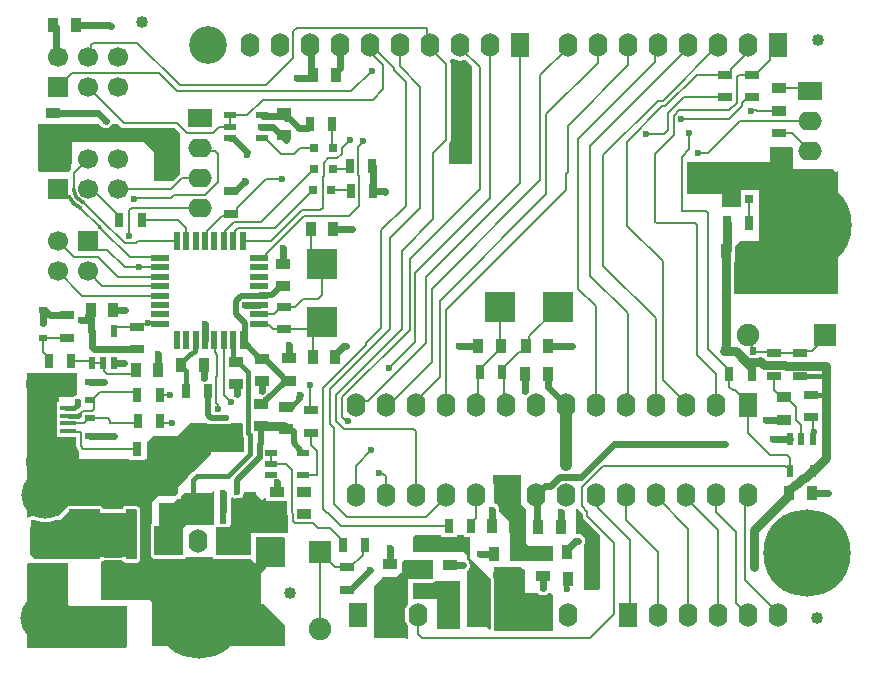
<source format=gtl>
G04*
G04 #@! TF.GenerationSoftware,Altium Limited,Altium Designer,22.1.2 (22)*
G04*
G04 Layer_Physical_Order=1*
G04 Layer_Color=255*
%FSLAX44Y44*%
%MOMM*%
G71*
G04*
G04 #@! TF.SameCoordinates,1F279A6F-825B-41A2-8EC7-F4161A23EE25*
G04*
G04*
G04 #@! TF.FilePolarity,Positive*
G04*
G01*
G75*
%ADD10C,0.2000*%
%ADD11C,0.5000*%
%ADD12C,0.4000*%
%ADD13R,1.6000X3.2000*%
%ADD14R,0.5588X0.6858*%
%ADD15R,1.3000X0.7000*%
%ADD16R,0.7000X1.3000*%
%ADD17R,0.6858X0.5588*%
%ADD18R,1.3500X0.4000*%
%ADD19R,1.9000X1.9000*%
%ADD20R,1.4000X1.6000*%
%ADD21R,1.3000X0.9000*%
%ADD22R,0.5500X1.0000*%
%ADD23R,1.0000X0.5500*%
%ADD24R,2.5000X2.6000*%
%ADD25R,2.6000X2.5000*%
%ADD26R,0.9000X0.6000*%
%ADD27R,1.5000X0.5500*%
%ADD28R,0.5500X1.5000*%
%ADD29R,0.6000X2.2000*%
%ADD30R,3.5000X2.2000*%
%ADD31R,0.8000X0.8000*%
%ADD32R,0.9000X1.3000*%
%ADD33R,2.7000X2.0000*%
%ADD63R,1.9000X1.9000*%
%ADD64C,1.9000*%
%ADD68C,0.6000*%
%ADD69C,0.3000*%
%ADD70C,1.0160*%
%ADD71C,0.8000*%
%ADD72C,1.0000*%
%ADD73C,4.0000*%
%ADD74R,1.6000X2.0000*%
%ADD75O,1.6000X2.0000*%
%ADD76R,2.0000X1.6000*%
%ADD77O,2.0000X1.6000*%
%ADD78R,1.7000X1.7000*%
%ADD79C,1.7000*%
G04:AMPARAMS|DCode=80|XSize=2mm|YSize=1.2mm|CornerRadius=0.36mm|HoleSize=0mm|Usage=FLASHONLY|Rotation=180.000|XOffset=0mm|YOffset=0mm|HoleType=Round|Shape=RoundedRectangle|*
%AMROUNDEDRECTD80*
21,1,2.0000,0.4800,0,0,180.0*
21,1,1.2800,1.2000,0,0,180.0*
1,1,0.7200,-0.6400,0.2400*
1,1,0.7200,0.6400,0.2400*
1,1,0.7200,0.6400,-0.2400*
1,1,0.7200,-0.6400,-0.2400*
%
%ADD80ROUNDEDRECTD80*%
%ADD81C,7.4000*%
%ADD82C,3.2000*%
%ADD83C,0.6000*%
G36*
X78356Y439116D02*
X79679Y438232D01*
X81240Y437922D01*
X81240Y437922D01*
X124311D01*
X129000Y433232D01*
Y398875D01*
X127816Y398084D01*
X127816Y398084D01*
X122732Y393000D01*
X107629D01*
X106509Y393362D01*
Y417491D01*
X98000Y426000D01*
X37000D01*
Y408000D01*
X36756Y407756D01*
Y403204D01*
X36745Y403192D01*
X36745Y403192D01*
X35866Y402314D01*
X35866Y402314D01*
X34988Y401000D01*
X10000D01*
X8449Y402551D01*
Y441108D01*
X60241D01*
X61674Y439674D01*
X62175Y439339D01*
X62601Y438913D01*
X63158Y438683D01*
X63659Y438348D01*
X64250Y438231D01*
X64806Y438000D01*
X65409D01*
X66000Y437882D01*
X66591Y438000D01*
X67193D01*
X67750Y438231D01*
X68341Y438348D01*
X68842Y438683D01*
X69399Y438913D01*
X69825Y439339D01*
X70326Y439674D01*
X70661Y440175D01*
X71087Y440601D01*
X71296Y441108D01*
X76364D01*
X78356Y439116D01*
D02*
G37*
G36*
X362888Y495283D02*
X365760Y494905D01*
X368632Y495283D01*
X370101Y495892D01*
X376000Y489992D01*
Y407000D01*
X360000D01*
X359750Y407250D01*
X357585Y407053D01*
X356500Y408063D01*
Y424232D01*
X356884Y424616D01*
X357768Y425939D01*
X358078Y427500D01*
X358078Y427500D01*
Y492360D01*
X358078Y492360D01*
X357768Y493921D01*
X357227Y494730D01*
X357864Y496000D01*
X361158D01*
X362888Y495283D01*
D02*
G37*
G36*
X647887Y421114D02*
Y403317D01*
X681683D01*
X684000Y401000D01*
X684827Y401827D01*
X686000Y401341D01*
Y297000D01*
X598016D01*
Y324510D01*
X598456D01*
Y332532D01*
X598690Y333097D01*
X598930Y334924D01*
Y337930D01*
X603000Y342000D01*
X619000D01*
Y385000D01*
X617616D01*
Y385206D01*
X603616D01*
Y371206D01*
X602431Y371000D01*
X588000D01*
Y382000D01*
X558000D01*
Y408699D01*
X558726Y409000D01*
X628000D01*
Y422000D01*
X647000D01*
X647887Y421114D01*
D02*
G37*
G36*
X193000Y128000D02*
X198000Y123000D01*
X200000Y125000D01*
X201500D01*
Y122000D01*
X219172D01*
Y112758D01*
X219172Y112757D01*
X219482Y111197D01*
X220000Y110421D01*
Y96000D01*
X219000Y95000D01*
X189000D01*
Y76000D01*
X159000D01*
Y100000D01*
X171000D01*
Y102000D01*
X172000Y103000D01*
Y124719D01*
X173270Y125245D01*
X173601Y124913D01*
X175807Y124000D01*
X178193D01*
X180399Y124913D01*
X182087Y126601D01*
X183000Y128806D01*
Y130000D01*
X193000D01*
Y128000D01*
D02*
G37*
G36*
X91000Y115000D02*
X92000Y114586D01*
Y73000D01*
X82750D01*
Y75000D01*
X60750D01*
Y73000D01*
X34295D01*
X34000Y73059D01*
X5941D01*
X2000Y77000D01*
Y100000D01*
X3000Y101000D01*
Y106000D01*
X6554D01*
X8041Y105384D01*
X12485Y104500D01*
X17015D01*
X21459Y105384D01*
X22946Y106000D01*
X27000D01*
X35000Y114000D01*
Y115000D01*
X61000D01*
Y112000D01*
X83000D01*
Y115000D01*
X91000D01*
D02*
G37*
G36*
X369000Y91500D02*
X374000D01*
Y74000D01*
X392000Y56000D01*
Y13659D01*
X390827Y13173D01*
X389000Y15000D01*
X372000D01*
Y62957D01*
X372326Y63174D01*
X372660Y63675D01*
X373087Y64101D01*
X373317Y64658D01*
X373652Y65159D01*
X373769Y65750D01*
X374000Y66307D01*
Y66909D01*
X374118Y67500D01*
X374000Y68091D01*
Y68693D01*
X373769Y69250D01*
X373652Y69841D01*
X373317Y70342D01*
X373087Y70899D01*
X372660Y71325D01*
X372326Y71826D01*
X372000Y72043D01*
Y75888D01*
X368888Y79000D01*
X326000D01*
Y91000D01*
X328000Y93000D01*
X350000D01*
Y91500D01*
X363000D01*
Y93000D01*
X369000D01*
Y91500D01*
D02*
G37*
G36*
X158000Y130240D02*
Y102860D01*
X157830Y102826D01*
X156837Y102163D01*
X156728Y102000D01*
X134000D01*
X131000Y99000D01*
Y76000D01*
X108000D01*
X107000Y77000D01*
Y101000D01*
X111000D01*
Y115000D01*
Y120000D01*
X123000D01*
X127000Y124000D01*
X129500D01*
Y126500D01*
X132000Y129000D01*
X155100D01*
X156827Y130726D01*
X158000Y130240D01*
D02*
G37*
G36*
X417543Y118986D02*
X421529Y115000D01*
X422000D01*
Y86000D01*
X424000Y84000D01*
X445000D01*
Y71000D01*
X408000D01*
Y104483D01*
X399118Y113365D01*
Y114750D01*
X399000Y115341D01*
Y115943D01*
X398769Y116500D01*
X398652Y117091D01*
X398317Y117592D01*
X398087Y118149D01*
X397660Y118575D01*
X397326Y119076D01*
X396825Y119410D01*
X396399Y119837D01*
X395842Y120067D01*
X395341Y120402D01*
X394750Y120519D01*
X394281Y120714D01*
Y134846D01*
X394281Y136759D01*
X394000Y137040D01*
Y144000D01*
X394469Y144469D01*
X417543D01*
Y118986D01*
D02*
G37*
G36*
X41240Y211722D02*
X39101Y210837D01*
X38265Y210000D01*
X26000D01*
Y205750D01*
X24620D01*
Y195750D01*
Y189250D01*
Y183000D01*
Y176250D01*
X40922D01*
Y168258D01*
X40922Y168257D01*
X41232Y166697D01*
X42116Y165373D01*
X43000Y164490D01*
Y158000D01*
X86000D01*
Y157000D01*
X99000D01*
Y157348D01*
X100270Y157730D01*
X101000Y157000D01*
Y172000D01*
X106000Y177000D01*
X126000D01*
X137034Y188034D01*
X151464D01*
X153283Y186819D01*
X155429Y186392D01*
X165860D01*
X166807Y186000D01*
X169193D01*
X171399Y186913D01*
X172520Y188034D01*
X181326D01*
X181402Y187650D01*
Y179343D01*
X181790Y177392D01*
X182895Y175738D01*
X183152Y175481D01*
Y164261D01*
X182891Y164000D01*
X155000D01*
Y162000D01*
X139796Y146796D01*
X139510Y146605D01*
X135995Y143090D01*
X135804Y142804D01*
X127360Y134360D01*
Y128686D01*
X127337Y128663D01*
X126674Y127670D01*
X126534Y126966D01*
X125829Y126826D01*
X124837Y126163D01*
X124837Y126163D01*
X124664Y125990D01*
X109990D01*
X105247Y121248D01*
Y103437D01*
X104837Y103163D01*
X104174Y102170D01*
X103941Y101000D01*
Y77000D01*
X103941Y77000D01*
X104174Y75830D01*
X104837Y74837D01*
X104837Y74837D01*
X105247Y74427D01*
Y74319D01*
X105355D01*
X105837Y73837D01*
X106830Y73174D01*
X108000Y72941D01*
X108000Y72941D01*
X131000D01*
X132170Y73174D01*
X133163Y73837D01*
X133485Y74319D01*
X156515D01*
X156837Y73837D01*
X157830Y73174D01*
X159000Y72941D01*
X189000D01*
X189049Y72951D01*
X193000Y69000D01*
Y91941D01*
X217059D01*
X218000Y91000D01*
Y66000D01*
X202000D01*
Y65000D01*
X197055Y60055D01*
Y35226D01*
X199774D01*
X218000Y17000D01*
Y-1000D01*
X105000D01*
Y36000D01*
X103000Y38000D01*
X62433D01*
X62000Y39091D01*
Y70227D01*
X62913Y70837D01*
X63022Y71000D01*
X80478D01*
X80587Y70837D01*
X81579Y70174D01*
X82750Y69941D01*
X92000D01*
X93170Y70174D01*
X94163Y70837D01*
X94826Y71830D01*
X95059Y73000D01*
Y114586D01*
X94826Y115756D01*
X94577Y116128D01*
X94163Y116749D01*
X93170Y117412D01*
X92170Y117826D01*
X91000Y118059D01*
X83000D01*
X81830Y117826D01*
X80837Y117163D01*
X80174Y116171D01*
X79953Y115059D01*
X64047D01*
X63826Y116171D01*
X63163Y117163D01*
X62171Y117826D01*
X61000Y118059D01*
X35000D01*
X33830Y117826D01*
X32837Y117163D01*
X32174Y116171D01*
X32008Y115333D01*
X25733Y109059D01*
X22946D01*
X21776Y108826D01*
X20567Y108325D01*
X16714Y107559D01*
X12786D01*
X8933Y108325D01*
X7724Y108826D01*
X6554Y109059D01*
X3000D01*
X1830Y108826D01*
X837Y108163D01*
X-758Y108062D01*
X-1000Y108255D01*
Y230311D01*
X-512Y230513D01*
X41240D01*
Y211722D01*
D02*
G37*
G36*
X366000Y14688D02*
X364823Y14069D01*
X346151D01*
Y37173D01*
X346151Y38355D01*
X346151Y39849D01*
X346000Y40000D01*
X345000Y39000D01*
X344881Y39000D01*
X326000D01*
Y52941D01*
X342170D01*
X342284Y52964D01*
X342400Y52950D01*
X342866Y53080D01*
X343340Y53174D01*
X343438Y53239D01*
X343550Y53270D01*
X343931Y53568D01*
X344333Y53837D01*
X344398Y53934D01*
X344482Y54000D01*
X366000D01*
Y14688D01*
D02*
G37*
G36*
X466216Y114673D02*
X469622Y111267D01*
Y109300D01*
X469622Y109300D01*
X469932Y107739D01*
X470816Y106416D01*
X484000Y93232D01*
Y48000D01*
X483000Y47000D01*
X471000D01*
Y85246D01*
X471067Y85408D01*
X471402Y85909D01*
X471520Y86500D01*
X471750Y87057D01*
Y87659D01*
X471867Y88250D01*
X471750Y88841D01*
Y89443D01*
X471520Y90000D01*
X471402Y90591D01*
X471067Y91092D01*
X470836Y91649D01*
X470411Y92075D01*
X470076Y92576D01*
X469575Y92911D01*
X469149Y93336D01*
X468592Y93567D01*
X468091Y93902D01*
X467500Y94019D01*
X466944Y94250D01*
X466341D01*
X465750Y94368D01*
X465270Y94272D01*
X464342Y94393D01*
X464000Y94622D01*
Y98000D01*
X463860Y98140D01*
Y111702D01*
X464000Y115000D01*
X465998D01*
X466216Y114673D01*
D02*
G37*
G36*
X421000Y63000D02*
Y44000D01*
X431624D01*
X431674Y43924D01*
X432175Y43590D01*
X432601Y43163D01*
X433158Y42933D01*
X433659Y42598D01*
X434250Y42481D01*
X434807Y42250D01*
X435409D01*
X436000Y42133D01*
X436591Y42250D01*
X437193D01*
X437750Y42481D01*
X438341Y42598D01*
X438842Y42933D01*
X439399Y43163D01*
X439825Y43590D01*
X440326Y43924D01*
X440376Y44000D01*
X443000D01*
X445000Y42000D01*
Y12000D01*
X395910D01*
X394981Y13270D01*
X395059Y13659D01*
Y56000D01*
X394826Y57171D01*
X394163Y58163D01*
X394000Y58326D01*
Y60000D01*
X394400Y63000D01*
X395000Y66000D01*
X416000D01*
X417000Y67000D01*
X421000Y63000D01*
D02*
G37*
G36*
X343000Y56966D02*
X342170Y56000D01*
X322000D01*
Y34783D01*
X320592Y32947D01*
X319483Y30272D01*
X319105Y27400D01*
Y23400D01*
X319483Y20528D01*
X320592Y17852D01*
X322000Y16017D01*
Y5691D01*
X320993Y4902D01*
X319895Y6000D01*
X293000D01*
Y48741D01*
X293000Y49812D01*
X293000Y49812D01*
X297308Y54120D01*
X297309Y54120D01*
X297216Y54216D01*
X300000Y57000D01*
Y58000D01*
X311822D01*
X314822Y61000D01*
X316500D01*
Y70346D01*
X318154Y72000D01*
X343000D01*
Y56966D01*
D02*
G37*
G36*
X34000Y35000D02*
X36000Y33000D01*
X84000D01*
Y-1000D01*
X83000Y-2000D01*
X-1000D01*
Y69000D01*
X0Y70000D01*
X34000D01*
Y35000D01*
D02*
G37*
D10*
X224500Y105257D02*
X226257Y103500D01*
X246000Y99000D02*
X255500D01*
X223250Y112757D02*
X224500Y111507D01*
X241500Y103500D02*
X246000Y99000D01*
X224500Y105257D02*
Y111507D01*
X226257Y103500D02*
X241500D01*
X54000Y207500D02*
X54500D01*
X53000D02*
X54000D01*
X43300Y194750D02*
X47050Y198500D01*
X56000Y200257D02*
Y206000D01*
X54243Y198500D02*
X56000Y200257D01*
X47050Y198500D02*
X54243D01*
X54500Y207500D02*
X56000Y206000D01*
X457000Y401000D02*
Y440000D01*
X455250Y385493D02*
Y399250D01*
X457000Y401000D01*
X465750Y301750D02*
Y428250D01*
Y301750D02*
X480600Y286900D01*
X465750Y428250D02*
X531000Y493500D01*
X353600Y283843D02*
X455250Y385493D01*
X337000Y255831D02*
Y311500D01*
X287723Y206555D02*
X337000Y255831D01*
X342000Y301500D02*
X434000Y393500D01*
X342000Y240000D02*
Y301500D01*
X302800Y203200D02*
X304318D01*
X309957Y208839D02*
X310839D01*
X342000Y240000D01*
X304318Y203200D02*
X309957Y208839D01*
X280755Y206555D02*
X287723D01*
X337000Y311500D02*
X416560Y391060D01*
X277400Y203200D02*
X280755Y206555D01*
X328125Y315233D02*
X391160Y378268D01*
X328125Y257125D02*
Y315233D01*
X305750Y234750D02*
X328125Y257125D01*
X323125Y267188D02*
Y326625D01*
X382500Y386000D01*
X265900Y209963D02*
X323125Y267188D01*
X348600Y227350D02*
Y291350D01*
X353600Y203200D02*
Y283843D01*
X348600Y291350D02*
X439000Y381750D01*
X328200Y203200D02*
Y206950D01*
X348600Y227350D01*
X299250Y351250D02*
X320250Y372250D01*
X286500Y256000D02*
X299250Y268750D01*
X286500Y254550D02*
Y256000D01*
X299250Y268750D02*
Y351250D01*
X307031Y267960D02*
Y344861D01*
X256089Y217018D02*
X307031Y267960D01*
X256089Y214295D02*
Y217018D01*
X320250Y372250D02*
Y476750D01*
X307031Y344861D02*
X332250Y370081D01*
Y473000D01*
X309960Y487040D02*
X320250Y476750D01*
X314960Y490290D02*
X332250Y473000D01*
X309960Y487040D02*
Y488460D01*
X314960Y490290D02*
Y508000D01*
X316371Y334129D02*
X343000Y360757D01*
X316371Y267506D02*
Y334129D01*
X260900Y212034D02*
X316371Y267506D01*
X260900Y190158D02*
Y212034D01*
X265900Y192850D02*
Y209963D01*
X507250Y355250D02*
Y426442D01*
Y355250D02*
X537500Y325000D01*
Y224500D02*
Y325000D01*
Y224500D02*
X556800Y205200D01*
Y203200D02*
Y205200D01*
X487250Y321000D02*
X531400Y276850D01*
X487250Y321000D02*
Y415250D01*
X531400Y203200D02*
Y276850D01*
X476250Y313000D02*
X507750Y281500D01*
Y204950D02*
Y281500D01*
X476250Y313000D02*
Y423000D01*
X533131Y461131D02*
X537331D01*
X487250Y415250D02*
X533131Y461131D01*
X476250Y423000D02*
X558800Y505550D01*
X507250Y426442D02*
X536939Y456131D01*
X539402D01*
X566271Y483000D01*
X593000D01*
X537331Y461131D02*
X584200Y508000D01*
X480600Y203200D02*
Y286900D01*
X457000Y440000D02*
X508000Y491000D01*
X439000Y381750D02*
Y449750D01*
X434000Y393500D02*
Y482800D01*
X457200Y506000D01*
Y508000D01*
X439000Y449750D02*
X482600Y493350D01*
Y508000D01*
X508000Y491000D02*
Y508000D01*
X416560Y391060D02*
Y508000D01*
X382500Y386000D02*
Y489260D01*
X365760Y504740D02*
X367020D01*
X382500Y489260D01*
X391160Y378268D02*
Y508000D01*
X365760Y504740D02*
Y508000D01*
X340360Y506000D02*
X354000Y492360D01*
X340360Y506000D02*
Y508000D01*
X343000Y360757D02*
Y416500D01*
X337873Y510487D02*
X340360Y508000D01*
X343000Y416500D02*
X354000Y427500D01*
Y492360D01*
X290420Y508000D02*
X309960Y488460D01*
X289560Y508000D02*
X290420D01*
X249575Y217625D02*
X286500Y254550D01*
X506000Y203200D02*
X507750Y204950D01*
X531000Y493500D02*
Y505600D01*
X533400Y508000D01*
X531000Y358500D02*
Y415942D01*
Y358500D02*
X532250Y357250D01*
X531000Y415942D02*
X546750Y431692D01*
X532250Y357250D02*
X564993D01*
X582200Y203200D02*
Y229950D01*
X564993Y357250D02*
X566750Y355493D01*
Y245400D02*
Y355493D01*
X553750Y367750D02*
X574493D01*
X645500Y147500D02*
Y149750D01*
X553500Y367500D02*
Y413250D01*
X574493Y367750D02*
X576250Y365993D01*
X553500Y367500D02*
X553750Y367750D01*
X566750Y245400D02*
X582200Y229950D01*
X576250Y250750D02*
X594000Y233000D01*
X576250Y250750D02*
Y365993D01*
X553500Y413250D02*
X560007Y419757D01*
Y433250D01*
X546750Y448192D02*
X551308Y452750D01*
X593743D02*
X600000Y459007D01*
X551308Y452750D02*
X593743D01*
X553250Y445500D02*
X593564D01*
X605000Y456936D01*
X613000Y483000D02*
X616000D01*
X601757D02*
X613000D01*
X600000Y459007D02*
Y481243D01*
X541750Y450263D02*
X555487Y464000D01*
X590000D01*
X546750Y431692D02*
Y448192D01*
X594000Y230000D02*
Y233000D01*
X541750Y436500D02*
Y450263D01*
X558800Y505550D02*
Y508000D01*
X284000Y426188D02*
Y427000D01*
X279750Y421938D02*
X284000Y426188D01*
X279750Y397869D02*
Y421938D01*
X280500Y371500D02*
Y397119D01*
X272250Y363250D02*
X280500Y371500D01*
X279750Y397869D02*
X280500Y397119D01*
X233808Y363250D02*
X272250D01*
X249575Y115075D02*
Y217625D01*
X252899Y111750D02*
X254250D01*
X249575Y115075D02*
X252899Y111750D01*
X244493Y144000D02*
Y164207D01*
X239500Y169200D02*
X244493Y164207D01*
X233000Y144000D02*
X244493D01*
X254250Y111750D02*
X265000Y101000D01*
X356500D01*
X239250Y199250D02*
X239500Y199000D01*
X239000Y199500D02*
X239250Y199250D01*
X239000Y199000D02*
X240500Y200500D01*
X239000Y199500D02*
Y220000D01*
X239500Y169200D02*
Y180000D01*
X255900Y187621D02*
X259250Y184271D01*
X255900Y187621D02*
Y214105D01*
X256089Y214295D01*
X265900Y192850D02*
X268229Y190521D01*
X260900Y190158D02*
X267808Y183250D01*
X424500Y261500D02*
X448500Y285500D01*
X424500Y256000D02*
Y261500D01*
X421500Y253000D02*
X424500Y256000D01*
X448500Y285500D02*
Y286000D01*
X399500Y254500D02*
Y286000D01*
Y254500D02*
X400250Y253750D01*
X538250Y433000D02*
X541750Y436500D01*
X523000Y433000D02*
X538250D01*
X421500Y251000D02*
Y253000D01*
X289560Y506000D02*
X291317Y504243D01*
X289560Y506000D02*
Y508000D01*
X613375Y249625D02*
X615000Y248000D01*
X632000Y247000D02*
X654000D01*
X615000Y248000D02*
X631000D01*
X632000Y247000D01*
X607050Y55350D02*
Y116743D01*
Y55350D02*
X635000Y27400D01*
X607113Y116805D02*
Y124513D01*
X609600Y127000D01*
X607050Y116743D02*
X607113Y116805D01*
X599500Y35500D02*
Y95500D01*
X582200Y112800D02*
X599500Y95500D01*
Y35500D02*
X609600Y25400D01*
X506000Y106000D02*
X533400Y78600D01*
Y25400D02*
Y78600D01*
X558800Y25400D02*
Y98800D01*
X531400Y126200D02*
Y127000D01*
Y126200D02*
X558800Y98800D01*
X483087Y115913D02*
X510000Y89000D01*
Y27400D02*
Y89000D01*
X508000Y25400D02*
X510000Y27400D01*
X480600Y127000D02*
X483087Y124513D01*
Y115913D02*
Y124513D01*
X506000Y106000D02*
Y127000D01*
X644250Y151000D02*
X645500Y149750D01*
X641000Y152000D02*
X642000Y151000D01*
X469100Y133763D02*
X487337Y152000D01*
X642000Y151000D02*
X644250D01*
X487337Y152000D02*
X641000D01*
X628250Y161250D02*
X643000D01*
X609600Y179900D02*
X628250Y161250D01*
X473700Y109300D02*
Y112957D01*
X496250Y26750D02*
Y86750D01*
X473700Y109300D02*
X496250Y86750D01*
X469100Y117557D02*
X473700Y112957D01*
X82000Y320000D02*
X112000D01*
X57800Y335000D02*
X67000D01*
X50800Y342000D02*
X57800Y335000D01*
X67000D02*
X82000Y320000D01*
X62800Y351950D02*
X86150Y328600D01*
X47183Y374638D02*
X61975Y360104D01*
X86150Y328600D02*
X111400D01*
X81830Y340250D02*
X91178D01*
X62800Y351950D02*
Y351950D01*
X61975Y360104D02*
X81830Y340250D01*
X46000Y296000D02*
X112000D01*
X25400Y316600D02*
X46000Y296000D01*
X38750Y396945D02*
X38800Y386025D01*
X44432Y370318D02*
X60753Y353996D01*
X60759Y353991D02*
X60760Y353990D01*
X39629Y400309D02*
X50800Y411480D01*
X28670Y386080D02*
X35038Y379712D01*
X38750Y396945D02*
Y399430D01*
X60760Y353990D02*
X62800Y351950D01*
X38750Y399430D02*
X39629Y400309D01*
X25400Y386080D02*
X28670D01*
X54420D02*
X77500Y363000D01*
X50800Y386080D02*
X54420D01*
X77500Y360000D02*
Y363000D01*
X175000Y365500D02*
X177000Y367500D01*
X201500Y395000D02*
X215250D01*
X177000Y367500D02*
Y370500D01*
X201500Y395000D01*
X172000Y365500D02*
X175000D01*
X170000Y363500D02*
X172000Y365500D01*
X205487Y342000D02*
X231987Y368500D01*
X182000Y342000D02*
X205487D01*
X202000Y331442D02*
X233808Y363250D01*
X202000Y329250D02*
Y331442D01*
X200750Y328000D02*
X202000Y329250D01*
X231987Y368500D02*
X247743D01*
X196000Y328000D02*
X200750D01*
X209000Y353000D02*
X241000Y385000D01*
X177500Y353000D02*
X209000D01*
X175250Y350750D02*
X177500Y353000D01*
X175250Y343250D02*
Y350750D01*
X197000Y358000D02*
X242000Y403000D01*
X174250Y358000D02*
X197000D01*
X151250Y343250D02*
Y350450D01*
X164300Y363500D01*
X170000D01*
X150000Y342000D02*
X151250Y343250D01*
X167250Y351000D02*
X174250Y358000D01*
X167250Y343250D02*
Y351000D01*
X126000Y442000D02*
X134500Y433500D01*
X81240Y442000D02*
X126000D01*
X134500Y433500D02*
X156450D01*
X50800Y472440D02*
X81240Y442000D01*
X156450Y433500D02*
X161950Y439000D01*
X171500D01*
X292118Y462000D02*
X300750Y470632D01*
Y491250D01*
X171500Y448500D02*
X185500D01*
X199000Y462000D01*
X292118D01*
X126500Y469000D02*
X274000D01*
X291500Y486500D01*
X55000Y509840D02*
X92731D01*
X53479Y500519D02*
Y508319D01*
X50800Y497840D02*
X53479Y500519D01*
Y508319D02*
X55000Y509840D01*
X92731D02*
X128571Y474000D01*
X111060Y484440D02*
X126500Y469000D01*
X37400Y484440D02*
X111060D01*
X128571Y474000D02*
X201500D01*
X224860Y497360D01*
Y519610D01*
X206000Y153500D02*
X218250D01*
X223250Y112757D02*
Y148500D01*
X218250Y153500D02*
X223250Y148500D01*
X206000Y153500D02*
Y163000D01*
X401500Y231000D02*
X402950Y229550D01*
Y204650D02*
Y229550D01*
Y204650D02*
X404400Y203200D01*
X401500Y234000D02*
X415500Y248000D01*
X418500D01*
X401500Y231000D02*
Y234000D01*
X418500Y248000D02*
X421500Y251000D01*
X380750Y204950D02*
Y229250D01*
X379000Y203200D02*
X380750Y204950D01*
Y229250D02*
X382500Y231000D01*
Y234000D01*
X400250Y251750D01*
Y253750D01*
X217000Y286500D02*
X226250D01*
X233250Y293500D02*
X246000D01*
X226250Y286500D02*
X233250Y293500D01*
X208000Y280500D02*
X214000Y286500D01*
X196500Y280500D02*
X208000D01*
X196000Y280000D02*
X196500Y280500D01*
X214000Y286500D02*
X217000D01*
X646700Y433500D02*
X662000Y418200D01*
X633370Y433500D02*
X646700D01*
X161000Y391937D02*
Y415605D01*
X158493Y418113D02*
X161000Y415605D01*
X150363Y381300D02*
X161000Y391937D01*
X613375Y249625D02*
Y261875D01*
X612750Y262500D02*
X613375Y261875D01*
X656000Y249000D02*
X664250D01*
X677750Y262500D01*
X654000Y247000D02*
X656000Y249000D01*
X89500Y378000D02*
X90000Y378500D01*
X121071D01*
X86000Y346750D02*
Y368743D01*
X87757Y370500D02*
X112772D01*
X113472Y369800D01*
X86000Y368743D02*
X87757Y370500D01*
X121071Y378500D02*
X123871Y381300D01*
X76200Y386080D02*
X121580D01*
X130700Y395200D01*
X146000D01*
X123871Y381300D02*
X150363D01*
X148487Y418113D02*
X158493D01*
X146000Y420600D02*
X148487Y418113D01*
X97500Y272000D02*
X101500D01*
X91178Y340250D02*
X92928Y342000D01*
X126000D01*
X113472Y369800D02*
X146000D01*
X34370Y181250D02*
X34870Y180750D01*
X43743D01*
X45000Y179493D01*
Y168257D02*
Y179493D01*
Y168257D02*
X46757Y166500D01*
X92500D01*
X266500Y85000D02*
Y88000D01*
X255500Y99000D02*
X266500Y88000D01*
X273000Y66000D02*
X283500Y76500D01*
Y83000D01*
X270000Y66000D02*
X273000D01*
X283500Y83000D02*
X285500Y85000D01*
X260000Y66000D02*
X270000D01*
X247500Y78500D02*
X260000Y66000D01*
X247500Y13500D02*
Y78500D01*
X375500Y104000D02*
X379000Y107500D01*
Y127000D01*
X375500Y101000D02*
Y104000D01*
X469100Y117557D02*
Y133763D01*
X56000Y209000D02*
X61000Y214000D01*
X55500Y209000D02*
X56000D01*
X54000Y207500D02*
X55500Y209000D01*
X166000Y212000D02*
X172250Y205750D01*
X166000Y212000D02*
Y258000D01*
X160676Y200324D02*
Y203632D01*
X160500Y228350D02*
Y245950D01*
X160676Y200324D02*
X161250Y199750D01*
X159500Y227350D02*
X160500Y228350D01*
X159500Y204808D02*
Y227350D01*
X158532Y247918D02*
X160500Y245950D01*
X158000Y258000D02*
X158532Y257468D01*
Y247918D02*
Y257468D01*
X159500Y204808D02*
X160676Y203632D01*
X91250Y188000D02*
X93000Y189750D01*
X69500Y188000D02*
X91250D01*
X90500Y214000D02*
X92500Y212000D01*
Y211500D02*
Y212000D01*
X113250Y188500D02*
X122250D01*
X112000Y189750D02*
X113250Y188500D01*
X111500Y211500D02*
X120750D01*
X53000Y192000D02*
X67500D01*
X69500Y190000D01*
Y188000D02*
Y190000D01*
X34370Y188000D02*
X47500D01*
X51500Y192000D01*
X53000D01*
X61000Y214000D02*
X90500D01*
X34370Y194250D02*
X34870Y194750D01*
X91500Y232250D02*
Y233000D01*
X88500Y229250D02*
X91500Y232250D01*
X67250Y229250D02*
X88500D01*
X64750Y231750D02*
X67250Y229250D01*
X63500Y239000D02*
X64750Y237750D01*
Y231750D02*
Y237750D01*
X54000Y239000D02*
X63500D01*
X54000D02*
Y239750D01*
X52750Y241000D02*
X54000Y239750D01*
X36500Y241000D02*
X52750D01*
X17500D02*
Y244000D01*
X13000Y248500D02*
Y259808D01*
Y248500D02*
X17500Y244000D01*
X13346Y260154D02*
X32654D01*
X33000Y260500D01*
X13000Y259808D02*
X13346Y260154D01*
X73000Y268250D02*
X74250Y269500D01*
X92000D01*
X73000Y266000D02*
Y268250D01*
X95000Y269500D02*
X97500Y272000D01*
X92000Y269500D02*
X95000D01*
X243000Y267500D02*
X249000Y273500D01*
X241000Y265500D02*
X243000Y267500D01*
X217000D02*
X243000D01*
X207368D02*
X217000D01*
X241000Y244000D02*
Y265500D01*
X196000Y272000D02*
X197250Y270750D01*
X204118D01*
X207368Y267500D01*
X239500Y332000D02*
Y352000D01*
Y332000D02*
X249000Y322500D01*
X246000Y293500D02*
X249000Y296500D01*
Y322500D01*
X166000Y342000D02*
X167250Y343250D01*
X247743Y368500D02*
X249500Y370257D01*
X174000Y342000D02*
X175250Y343250D01*
X272750Y385000D02*
X273500Y384250D01*
X257000Y385000D02*
X272750D01*
X249500Y370257D02*
Y396550D01*
X250500Y397550D01*
X258000Y403000D02*
X270750D01*
X272750Y405000D02*
Y406000D01*
X262075Y412125D02*
X265750Y415800D01*
X254175Y412125D02*
X262075D01*
X270750Y403000D02*
X272750Y405000D01*
X250500Y408450D02*
X254175Y412125D01*
X265750Y415800D02*
Y420750D01*
X250500Y397550D02*
Y408450D01*
X265750Y420750D02*
X273000Y428000D01*
X257500Y441250D02*
X257750Y441000D01*
Y421250D02*
Y441000D01*
Y421250D02*
X258000Y421000D01*
X225625Y416250D02*
X230375Y421000D01*
X242000D01*
X214000Y416250D02*
X225625D01*
X202000Y428250D02*
X214000Y416250D01*
X200750Y428250D02*
X202000D01*
X198750Y429250D02*
X199750D01*
X200750Y428250D01*
X198500Y429500D02*
X198750Y429250D01*
X63150Y304250D02*
X84571D01*
X84821Y304000D01*
X50800Y316600D02*
X63150Y304250D01*
X84821Y304000D02*
X112000D01*
X59400Y328600D02*
X76250Y311750D01*
X111750D01*
X38800Y328600D02*
X59400D01*
X111750Y311750D02*
X112000Y312000D01*
X25400Y342000D02*
X38800Y328600D01*
X111400D02*
X112000Y328000D01*
X96500Y360000D02*
X127250D01*
X134000Y353250D01*
Y342000D02*
Y353250D01*
X291317Y500725D02*
X293619Y498423D01*
Y498381D02*
X300750Y491250D01*
X291317Y500725D02*
Y504243D01*
X293619Y498381D02*
Y498423D01*
X171500Y439000D02*
Y448500D01*
X25400Y472440D02*
X37400Y484440D01*
X224860Y519610D02*
X227750Y522500D01*
X337873Y510487D02*
Y521627D01*
X337000Y522500D02*
X337873Y521627D01*
X227750Y522500D02*
X337000D01*
X640000Y210000D02*
X642000D01*
X650000Y202000D01*
Y191050D02*
Y202000D01*
X655000Y174500D02*
Y186050D01*
X650000Y191050D02*
X655000Y186050D01*
X638000Y210000D02*
X640000D01*
X632000Y216000D02*
Y228000D01*
Y216000D02*
X638000Y210000D01*
X609600Y203200D02*
Y205200D01*
X598857Y215943D02*
X609600Y205200D01*
X597057Y215943D02*
X598857D01*
X594000Y219000D02*
X597057Y215943D01*
X594000Y219000D02*
Y230000D01*
X610616Y378206D02*
X610743Y378079D01*
Y357251D02*
Y378079D01*
Y357251D02*
X610870Y357124D01*
X659500Y471500D02*
X662000Y469000D01*
X636000Y471500D02*
X659500D01*
X575750Y416500D02*
X602850Y443600D01*
X567750Y416500D02*
X575750D01*
X609600Y179900D02*
Y203200D01*
X643000Y161250D02*
X645500Y158750D01*
Y147500D02*
Y158750D01*
X475750Y6250D02*
X496250Y26750D01*
X333707Y6250D02*
X475750D01*
X330200Y9757D02*
X333707Y6250D01*
X330200Y9757D02*
Y25400D01*
X602850Y443600D02*
X662000D01*
X605000Y456936D02*
Y459000D01*
X610000Y464000D01*
X593000Y483000D02*
X595000Y485000D01*
X610000Y464000D02*
X613000D01*
X600000Y481243D02*
X601757Y483000D01*
X616000D02*
X628500Y495500D01*
X664500Y174500D02*
Y191500D01*
X663000Y193000D02*
X664500Y191500D01*
Y174500D02*
X664875Y174875D01*
Y180375D01*
X665250Y180750D01*
X612500Y452750D02*
X617000D01*
X612000Y452250D02*
X612500Y452750D01*
X617000D02*
X617250Y452500D01*
X636000D01*
X277400Y127000D02*
Y151900D01*
X290500Y165000D01*
X302800Y127000D02*
Y142993D01*
X299562Y144750D02*
X301043D01*
X302800Y142993D01*
X328200Y127000D02*
Y181493D01*
X326443Y183250D02*
X328200Y181493D01*
X267808Y183250D02*
X326443D01*
X259250Y119816D02*
Y184271D01*
Y119816D02*
X270565Y108500D01*
X336750D01*
X353600Y125350D01*
Y127000D01*
X582200Y112800D02*
Y127000D01*
X635000Y25400D02*
Y27400D01*
X556800Y125000D02*
X584200Y97600D01*
Y25400D02*
Y97600D01*
X556800Y125000D02*
Y127000D01*
X628500Y495500D02*
Y501500D01*
X635000Y508000D01*
X595000Y488000D02*
X609600Y502600D01*
Y508000D01*
X595000Y485000D02*
Y488000D01*
D11*
X183500Y255500D02*
X196500Y242500D01*
X176000Y280700D02*
X183500Y273200D01*
Y255500D02*
Y273200D01*
X196500Y242500D02*
X198500D01*
X180686Y296000D02*
X182101D01*
X176000Y280700D02*
Y291314D01*
X182101Y296000D02*
X182101Y296000D01*
X176000Y291314D02*
X180686Y296000D01*
X182101Y296000D02*
X196000D01*
X196250Y296250D02*
X196750Y296750D01*
X196000Y296000D02*
X196250Y296250D01*
X206750Y296750D02*
X214000Y304000D01*
X206250Y296250D02*
X206750Y296750D01*
X196250Y296250D02*
X206250D01*
X214000Y304000D02*
X216000D01*
X155429Y192000D02*
X168000D01*
X152500Y194929D02*
X155429Y192000D01*
X152500Y194929D02*
Y215000D01*
X177000Y139586D02*
X196000Y158586D01*
X177000Y130000D02*
Y139586D01*
X196250Y158836D02*
Y170543D01*
X197000Y171293D02*
Y185500D01*
X230500Y163250D02*
X230750Y163000D01*
X233000D01*
X230500Y163250D02*
Y165500D01*
X225000Y171000D02*
X230500Y165500D01*
X225000Y171000D02*
Y181000D01*
X202000Y207250D02*
X218750Y224000D01*
X220750D01*
X216250Y226500D02*
Y226750D01*
Y226500D02*
X218750Y224000D01*
X198500Y242500D02*
X200500D01*
X216250Y226750D01*
X196750Y296750D02*
X206750D01*
D12*
X607575Y238425D02*
X613000Y233000D01*
X39120Y200750D02*
X42117Y203747D01*
Y205367D01*
X42500Y205750D01*
X34370Y200750D02*
X39120D01*
X32250D02*
X34370D01*
X42800Y194250D02*
X43300Y194750D01*
X34870Y194250D02*
X42800D01*
X229500Y209117D02*
X230117D01*
X223000Y202000D02*
X230117Y209117D01*
X598410Y247590D02*
X607575Y238425D01*
X654000Y228000D02*
X675500D01*
X663000Y212000D02*
X675500D01*
X644500Y127000D02*
Y129000D01*
X615000Y66000D02*
X615100Y66100D01*
X188250Y162150D02*
Y177593D01*
X139600Y114000D02*
Y139485D01*
Y113500D02*
Y114000D01*
Y139485D02*
X143115Y143000D01*
X169100D01*
X188250Y162150D01*
X196250Y170543D02*
X197000Y171293D01*
X186500Y179343D02*
X188250Y177593D01*
X174000Y242250D02*
X176250Y240000D01*
X178250D02*
X186750Y231500D01*
Y214843D02*
Y231500D01*
X186250Y214343D02*
X186750Y214843D01*
X176250Y240000D02*
X178250D01*
X186250Y188907D02*
Y214343D01*
Y188907D02*
X186500Y188657D01*
Y179343D02*
Y188657D01*
X174000Y242250D02*
Y258000D01*
X133500Y215000D02*
Y231750D01*
X130000Y237250D02*
Y239250D01*
Y235250D02*
X133500Y231750D01*
X130000Y235250D02*
Y237250D01*
X591413Y356667D02*
X591870Y357124D01*
X591413Y334467D02*
Y356667D01*
X590956Y334010D02*
X591413Y334467D01*
X589616Y249000D02*
X590286Y249670D01*
X613000Y230000D02*
Y233000D01*
X590410Y247590D02*
X598410D01*
X589616Y248384D02*
X590410Y247590D01*
X589616Y248384D02*
Y249000D01*
X130000Y239250D02*
X137250Y246500D01*
X138407D01*
X141250Y249343D02*
Y257250D01*
X138407Y246500D02*
X141250Y249343D01*
Y257250D02*
X142000Y258000D01*
D13*
X71750Y15000D02*
D03*
Y56000D02*
D03*
X72000Y131000D02*
D03*
Y90000D02*
D03*
D14*
X614000Y249000D02*
D03*
X589616D02*
D03*
D15*
X172000Y365500D02*
D03*
Y384500D02*
D03*
X92000Y250500D02*
D03*
Y269500D02*
D03*
X217000Y267500D02*
D03*
Y286500D02*
D03*
X613000Y483000D02*
D03*
Y464000D02*
D03*
X590000D02*
D03*
Y483000D02*
D03*
X636000Y433500D02*
D03*
Y414500D02*
D03*
X663000Y212000D02*
D03*
Y193000D02*
D03*
X33000Y279500D02*
D03*
Y260500D02*
D03*
X654000Y247000D02*
D03*
Y228000D02*
D03*
X270000Y47000D02*
D03*
Y66000D02*
D03*
X239500Y199000D02*
D03*
Y180000D02*
D03*
X334000Y66000D02*
D03*
Y85000D02*
D03*
Y66000D02*
D03*
Y47000D02*
D03*
X632000Y228000D02*
D03*
Y247000D02*
D03*
D16*
X291750Y406000D02*
D03*
X272750D02*
D03*
X273500Y384250D02*
D03*
X292500D02*
D03*
X96500Y360000D02*
D03*
X77500D02*
D03*
X111500Y211500D02*
D03*
X92500D02*
D03*
X93000Y189750D02*
D03*
X112000D02*
D03*
X111500Y166500D02*
D03*
X92500D02*
D03*
X375500Y101000D02*
D03*
X356500D02*
D03*
X594000Y230000D02*
D03*
X613000D02*
D03*
X257500Y441250D02*
D03*
X238500D02*
D03*
X382500Y231000D02*
D03*
X401500D02*
D03*
X610870Y357124D02*
D03*
X591870D02*
D03*
X17500Y241000D02*
D03*
X36500D02*
D03*
X266500Y85000D02*
D03*
X285500D02*
D03*
X133500Y215000D02*
D03*
X152500D02*
D03*
D17*
X13000Y259808D02*
D03*
Y284192D02*
D03*
D18*
X34370Y188000D02*
D03*
X34370Y174750D02*
D03*
X34370Y181250D02*
D03*
Y194250D02*
D03*
Y200750D02*
D03*
D19*
X8620Y176000D02*
D03*
Y200000D02*
D03*
X247500Y78500D02*
D03*
D20*
X33120Y156000D02*
D03*
Y220000D02*
D03*
D21*
X21000Y431500D02*
D03*
Y450500D02*
D03*
X197000Y204500D02*
D03*
Y185500D02*
D03*
X436000Y59000D02*
D03*
Y78000D02*
D03*
X198500Y223500D02*
D03*
Y242500D02*
D03*
X216000Y304000D02*
D03*
Y323000D02*
D03*
X176250Y240000D02*
D03*
Y221000D02*
D03*
X636000Y471500D02*
D03*
Y452500D02*
D03*
X120000Y131500D02*
D03*
Y112500D02*
D03*
X211000Y129500D02*
D03*
Y110500D02*
D03*
X307000Y68500D02*
D03*
Y49500D02*
D03*
X357000Y67500D02*
D03*
Y48500D02*
D03*
X217000Y450750D02*
D03*
Y431750D02*
D03*
X218750Y202000D02*
D03*
Y183000D02*
D03*
X640000Y191000D02*
D03*
Y210000D02*
D03*
X234000Y111000D02*
D03*
Y130000D02*
D03*
X220750Y224000D02*
D03*
Y243000D02*
D03*
D22*
X664500Y174500D02*
D03*
X655000D02*
D03*
X645500D02*
D03*
X664500Y147500D02*
D03*
X645500D02*
D03*
X54000Y239000D02*
D03*
X63500D02*
D03*
X73000D02*
D03*
X54000Y266000D02*
D03*
X73000D02*
D03*
D23*
X206000Y163000D02*
D03*
Y153500D02*
D03*
Y144000D02*
D03*
X233000Y163000D02*
D03*
Y144000D02*
D03*
X171500Y448500D02*
D03*
Y439000D02*
D03*
Y429500D02*
D03*
X198500Y448500D02*
D03*
Y429500D02*
D03*
D24*
X448500Y286000D02*
D03*
X399500D02*
D03*
D25*
X249000Y273500D02*
D03*
Y322500D02*
D03*
D26*
X53000Y207500D02*
D03*
Y222500D02*
D03*
Y192000D02*
D03*
Y177000D02*
D03*
D27*
X196000Y272000D02*
D03*
Y280000D02*
D03*
Y288000D02*
D03*
Y296000D02*
D03*
Y304000D02*
D03*
Y312000D02*
D03*
Y320000D02*
D03*
Y328000D02*
D03*
X112000D02*
D03*
Y320000D02*
D03*
Y312000D02*
D03*
Y304000D02*
D03*
Y296000D02*
D03*
Y288000D02*
D03*
Y280000D02*
D03*
Y272000D02*
D03*
D28*
X182000Y342000D02*
D03*
X174000D02*
D03*
X166000D02*
D03*
X158000D02*
D03*
X150000D02*
D03*
X142000D02*
D03*
X134000D02*
D03*
X126000D02*
D03*
Y258000D02*
D03*
X134000D02*
D03*
X142000D02*
D03*
X150000D02*
D03*
X158000D02*
D03*
X166000D02*
D03*
X174000D02*
D03*
X182000D02*
D03*
D29*
X139600Y114000D02*
D03*
X152300D02*
D03*
X165000D02*
D03*
X177700D02*
D03*
X190400D02*
D03*
D30*
X165000Y176000D02*
D03*
D31*
X242000Y403000D02*
D03*
X258000D02*
D03*
X241000Y385000D02*
D03*
X257000D02*
D03*
X610616Y378206D02*
D03*
X594616D02*
D03*
X242000Y421000D02*
D03*
X258000D02*
D03*
D32*
X457000Y56000D02*
D03*
X476000D02*
D03*
X149000Y237250D02*
D03*
X130000D02*
D03*
X258500Y352000D02*
D03*
X239500D02*
D03*
X260000Y244000D02*
D03*
X241000D02*
D03*
X401500Y51000D02*
D03*
X382500D02*
D03*
X21500Y525000D02*
D03*
X40500D02*
D03*
X456500Y79000D02*
D03*
X475500D02*
D03*
X421000Y230000D02*
D03*
X440000D02*
D03*
X241500Y483000D02*
D03*
X260500D02*
D03*
X395000Y77000D02*
D03*
X414000D02*
D03*
X412000Y101000D02*
D03*
X393000D02*
D03*
X451000Y100000D02*
D03*
X432000D02*
D03*
X381250Y253750D02*
D03*
X400250D02*
D03*
X440500Y253000D02*
D03*
X421500D02*
D03*
X663500Y129000D02*
D03*
X644500D02*
D03*
X72500Y284000D02*
D03*
X53500D02*
D03*
X110500Y233000D02*
D03*
X91500D02*
D03*
X609956Y334010D02*
D03*
X590956D02*
D03*
D33*
X17000Y59000D02*
D03*
Y91000D02*
D03*
D63*
X674500Y263000D02*
D03*
D64*
X609500D02*
D03*
Y308000D02*
D03*
X674500D02*
D03*
X247500Y13500D02*
D03*
X202500D02*
D03*
Y78500D02*
D03*
D68*
X215512Y430738D02*
G03*
X217000Y431750I-2592J5411D01*
G01*
X215512Y430738D02*
X218750Y427500D01*
X207250Y439000D02*
X214500Y431750D01*
X197750Y439000D02*
X207250D01*
X214500Y431750D02*
X217000D01*
X53000Y222500D02*
X64250D01*
X440500Y253000D02*
X461000D01*
X364750D02*
X365291D01*
X366041Y253750D02*
X381250D01*
X365291Y253000D02*
X366041Y253750D01*
X292500Y384250D02*
X302250D01*
X302500Y384000D01*
X292125Y384625D02*
X292500Y384250D01*
X229500Y210500D02*
X230500Y211500D01*
X229500Y209117D02*
Y210500D01*
X468694Y142550D02*
X496144Y170000D01*
X590000D01*
X442487Y134672D02*
X450365Y142550D01*
X468694D01*
X429800Y127000D02*
X430506D01*
X438178Y134672D01*
X442487D01*
X59500Y450500D02*
X66000Y444000D01*
X21000Y450500D02*
X59500D01*
X44750Y275000D02*
X53750D01*
X184000Y288000D02*
X196000D01*
X118300Y88000D02*
X120000Y89700D01*
X68459Y525000D02*
X69459Y524000D01*
X70000D01*
X40500Y525000D02*
X68459D01*
X53000Y177000D02*
X73000D01*
X72500Y284000D02*
X82250D01*
X421000Y215250D02*
Y230000D01*
X110500Y233000D02*
Y246750D01*
X149000Y226500D02*
Y237250D01*
X150000Y258000D02*
Y271750D01*
X176819Y212317D02*
Y220431D01*
X176250Y221000D02*
X176819Y220431D01*
X198500Y214810D02*
Y223500D01*
X221000Y202000D02*
X223000D01*
X260000Y246000D02*
X267117Y253117D01*
X260000Y244000D02*
Y246000D01*
X267117Y253117D02*
X269117D01*
X269500Y253500D01*
X220750Y243000D02*
Y254250D01*
X216000Y323000D02*
Y336250D01*
X258500Y352000D02*
X274250D01*
X264160Y488660D02*
Y508000D01*
X260500Y485000D02*
X264160Y488660D01*
X260500Y483000D02*
Y485000D01*
X173750Y429500D02*
X185367Y417883D01*
X171500Y429500D02*
X173750D01*
X625250Y191000D02*
X640000D01*
X631000Y174250D02*
X631250Y174500D01*
X645500D01*
X663500Y129000D02*
X677250D01*
X465367Y87867D02*
X465750Y88250D01*
X463367Y87867D02*
X465367D01*
X456500Y81000D02*
X463367Y87867D01*
X456500Y79000D02*
Y81000D01*
X451000Y100000D02*
Y112500D01*
X383000Y77000D02*
X395000D01*
X393000Y101000D02*
Y114750D01*
X357000Y67500D02*
X368000D01*
X307000Y68500D02*
Y82250D01*
X211000Y129500D02*
Y138500D01*
X165000Y114000D02*
Y129000D01*
X73000Y239000D02*
X81750D01*
X23450Y499790D02*
Y523050D01*
Y499790D02*
X25400Y497840D01*
X21500Y525000D02*
X23450Y523050D01*
X291750Y406000D02*
X292125Y405625D01*
Y384625D02*
Y405625D01*
X238500Y439250D02*
Y441250D01*
X237000Y437750D02*
X238500Y439250D01*
X229500Y437750D02*
X237000D01*
X229500D02*
X229500D01*
X220750Y446500D02*
X229500Y437750D01*
X218750Y446500D02*
X220750D01*
X217500Y447750D02*
X218750Y446500D01*
X198500Y448500D02*
X199250Y447750D01*
X217500D01*
X175000Y384500D02*
X182867Y392367D01*
X183617D02*
X184000Y392750D01*
X172000Y384500D02*
X175000D01*
X182867Y392367D02*
X183617D01*
X13000Y272750D02*
Y284192D01*
X53750Y275000D02*
Y283750D01*
Y266250D02*
Y275000D01*
X13635Y284192D02*
X18327Y279500D01*
X13000Y284192D02*
X13635D01*
X18327Y279500D02*
X33000D01*
X51000D02*
X53500Y282000D01*
Y284000D01*
X53750Y283750D01*
Y266250D02*
X54000Y266000D01*
Y252843D02*
Y266000D01*
X56343Y250500D02*
X92000D01*
X54000Y252843D02*
X56343Y250500D01*
X273000Y47000D02*
X289397Y63397D01*
Y63728D01*
X270000Y47000D02*
X273000D01*
X436000Y48250D02*
Y59000D01*
X440000Y218400D02*
Y230000D01*
Y218400D02*
X455200Y203200D01*
X14000Y23000D02*
X65750D01*
X71750Y15000D02*
Y17000D01*
X65750Y23000D02*
X71750Y17000D01*
X14000Y55000D02*
X17000Y58000D01*
X14000Y23000D02*
Y55000D01*
X240130Y484370D02*
Y506630D01*
Y484370D02*
X241500Y483000D01*
X238760Y508000D02*
X240130Y506630D01*
X228250Y480250D02*
X239000D01*
X241500Y482750D02*
Y483000D01*
X239000Y480250D02*
X241500Y482750D01*
X430900Y101100D02*
Y125900D01*
X429800Y127000D02*
X430900Y125900D01*
Y101100D02*
X432000Y100000D01*
D69*
X35038Y379712D02*
G03*
X44432Y370318I15762J6368D01*
G01*
X60759Y353991D02*
G03*
X60753Y353996I-2135J-2108D01*
G01*
X38800Y386025D02*
G03*
X47183Y374638I12000J55D01*
G01*
D70*
X97000Y528000D02*
D03*
X669000Y512000D02*
D03*
X668500Y22750D02*
D03*
X222000Y44000D02*
D03*
D71*
X615000Y78000D02*
Y97500D01*
X620111Y240403D02*
X623015Y237500D01*
X640985D01*
X608721Y239571D02*
X619279D01*
X620111Y240403D01*
X599292Y249000D02*
X608721Y239571D01*
X589616Y249000D02*
X599292D01*
X590956Y250340D02*
Y334010D01*
X590286Y249670D02*
X590956Y250340D01*
X591413Y334467D02*
X591870Y334924D01*
Y357124D01*
X641860Y236625D02*
X675407D01*
X640985Y237500D02*
X641860Y236625D01*
X675500Y228000D02*
Y236532D01*
Y212000D02*
Y228000D01*
Y158250D02*
Y212000D01*
X664750Y147500D02*
X675500Y158250D01*
X664500Y147500D02*
X664750D01*
X675407Y236625D02*
X675500Y236532D01*
X651515Y136500D02*
X656515Y141500D01*
X644500Y131000D02*
X650000Y136500D01*
X656515Y141500D02*
X658250D01*
X664250Y147500D01*
X644500Y129000D02*
Y131000D01*
X650000Y136500D02*
X651515D01*
X664250Y147500D02*
X664500D01*
X615000Y66000D02*
Y78000D01*
Y97500D02*
X644500Y127000D01*
X216500Y185500D02*
X219000Y183000D01*
X197000Y185500D02*
X216500D01*
X219000Y183000D02*
X221000D01*
D72*
X455200Y152550D02*
Y203200D01*
D73*
X14750Y127500D02*
D03*
X14000Y23000D02*
D03*
D74*
X118300Y88000D02*
D03*
X416560Y508000D02*
D03*
X635000D02*
D03*
X279400Y25400D02*
D03*
X508000D02*
D03*
X609600Y203200D02*
D03*
D75*
X169100Y88000D02*
D03*
X143700D02*
D03*
X391160Y508000D02*
D03*
X365760D02*
D03*
X340360D02*
D03*
X314960D02*
D03*
X289560D02*
D03*
X264160D02*
D03*
X238760D02*
D03*
X213360D02*
D03*
X187960D02*
D03*
X609600D02*
D03*
X584200D02*
D03*
X558800D02*
D03*
X533400D02*
D03*
X508000D02*
D03*
X482600D02*
D03*
X457200D02*
D03*
X304800Y25400D02*
D03*
X330200D02*
D03*
X355600D02*
D03*
X381000D02*
D03*
X406400D02*
D03*
X431800D02*
D03*
X457200D02*
D03*
X533400D02*
D03*
X558800D02*
D03*
X584200D02*
D03*
X635000D02*
D03*
X609600D02*
D03*
X302800Y127000D02*
D03*
X328200D02*
D03*
X353600D02*
D03*
X379000D02*
D03*
X404400D02*
D03*
X429800D02*
D03*
X455200D02*
D03*
X480600D02*
D03*
X506000D02*
D03*
X531400D02*
D03*
X556800D02*
D03*
X582200D02*
D03*
X609600D02*
D03*
X277400Y203200D02*
D03*
X302800D02*
D03*
X328200D02*
D03*
X353600D02*
D03*
X379000D02*
D03*
X404400D02*
D03*
X429800D02*
D03*
X455200D02*
D03*
X480600D02*
D03*
X506000D02*
D03*
X531400D02*
D03*
X556800D02*
D03*
X582200D02*
D03*
X277400Y127000D02*
D03*
D76*
X146000Y446000D02*
D03*
X662000Y469000D02*
D03*
D77*
X146000Y369800D02*
D03*
Y395200D02*
D03*
Y420600D02*
D03*
X662000Y443600D02*
D03*
Y418200D02*
D03*
D78*
X50800Y342000D02*
D03*
X25400Y386080D02*
D03*
Y472440D02*
D03*
D79*
Y342000D02*
D03*
X50800Y316600D02*
D03*
X25400D02*
D03*
X50800Y386080D02*
D03*
X76200D02*
D03*
X25400Y411480D02*
D03*
X50800D02*
D03*
X76200D02*
D03*
X50800Y472440D02*
D03*
X76200D02*
D03*
X25400Y497840D02*
D03*
X50800D02*
D03*
X76200D02*
D03*
D80*
X8620Y155000D02*
D03*
Y221000D02*
D03*
D81*
X144780Y25400D02*
D03*
X660000Y78000D02*
D03*
X660400Y355600D02*
D03*
D82*
X152400Y508000D02*
D03*
D83*
X42500Y205750D02*
D03*
X107000Y129000D02*
D03*
X113000Y138000D02*
D03*
X104000D02*
D03*
X125000Y166000D02*
D03*
X145000Y163000D02*
D03*
Y171000D02*
D03*
Y177000D02*
D03*
X370000Y491250D02*
D03*
X361500Y484000D02*
D03*
Y491000D02*
D03*
X371750Y484500D02*
D03*
X370500Y411000D02*
D03*
Y417000D02*
D03*
X360250Y416750D02*
D03*
X360000Y410750D02*
D03*
X305750Y234750D02*
D03*
X239000Y220000D02*
D03*
X565000Y403000D02*
D03*
Y396000D02*
D03*
X615000Y78000D02*
D03*
X418000Y62000D02*
D03*
X399000Y63000D02*
D03*
X321000Y68000D02*
D03*
X113279Y411041D02*
D03*
X113000Y422000D02*
D03*
X291500Y486500D02*
D03*
X168000Y192000D02*
D03*
X165000Y129000D02*
D03*
X553250Y445500D02*
D03*
X523000Y433000D02*
D03*
X284000Y427000D02*
D03*
X70000Y524000D02*
D03*
X215250Y395000D02*
D03*
X66000Y444000D02*
D03*
X73000Y177000D02*
D03*
X177000Y130000D02*
D03*
X64250Y222500D02*
D03*
X82250Y284000D02*
D03*
X421000Y215250D02*
D03*
X364750Y253000D02*
D03*
X461000D02*
D03*
X110500Y246750D02*
D03*
X149000Y226500D02*
D03*
X150000Y271750D02*
D03*
X176819Y212317D02*
D03*
X198500Y214810D02*
D03*
X230500Y211500D02*
D03*
X269500Y253500D02*
D03*
X220750Y254250D02*
D03*
X184000Y288000D02*
D03*
X216000Y336250D02*
D03*
X274250Y352000D02*
D03*
X197750Y439000D02*
D03*
X185750Y415250D02*
D03*
X564750Y389000D02*
D03*
X625250Y191000D02*
D03*
X631000Y174250D02*
D03*
X677250Y129000D02*
D03*
X465750Y88250D02*
D03*
X451000Y112500D02*
D03*
X409500Y61000D02*
D03*
X383000Y77000D02*
D03*
X393000Y114750D02*
D03*
X368000Y67500D02*
D03*
X307000Y82250D02*
D03*
X211000Y138500D02*
D03*
X81750Y239000D02*
D03*
X302500Y384000D02*
D03*
X229500Y437750D02*
D03*
X184000Y392750D02*
D03*
X117000Y405000D02*
D03*
X13000Y272750D02*
D03*
X44750Y275000D02*
D03*
X289397Y63728D02*
D03*
X319250Y61500D02*
D03*
X456647Y47228D02*
D03*
X436000Y48250D02*
D03*
X615000Y66000D02*
D03*
X94000Y320000D02*
D03*
X89500Y378000D02*
D03*
X101500Y272500D02*
D03*
X86000Y346750D02*
D03*
X467200Y108550D02*
D03*
X455200Y152550D02*
D03*
X201750Y207500D02*
D03*
X84750Y109000D02*
D03*
Y102500D02*
D03*
X172250Y205750D02*
D03*
X161250Y199750D02*
D03*
X122250Y188500D02*
D03*
X120750Y211500D02*
D03*
X273000Y428000D02*
D03*
X560007Y433250D02*
D03*
X567750Y416500D02*
D03*
X228250Y480250D02*
D03*
X590000Y170000D02*
D03*
X665250Y180750D02*
D03*
X612000Y452250D02*
D03*
X297500Y146000D02*
D03*
X270891Y189947D02*
D03*
X290500Y165000D02*
D03*
M02*

</source>
